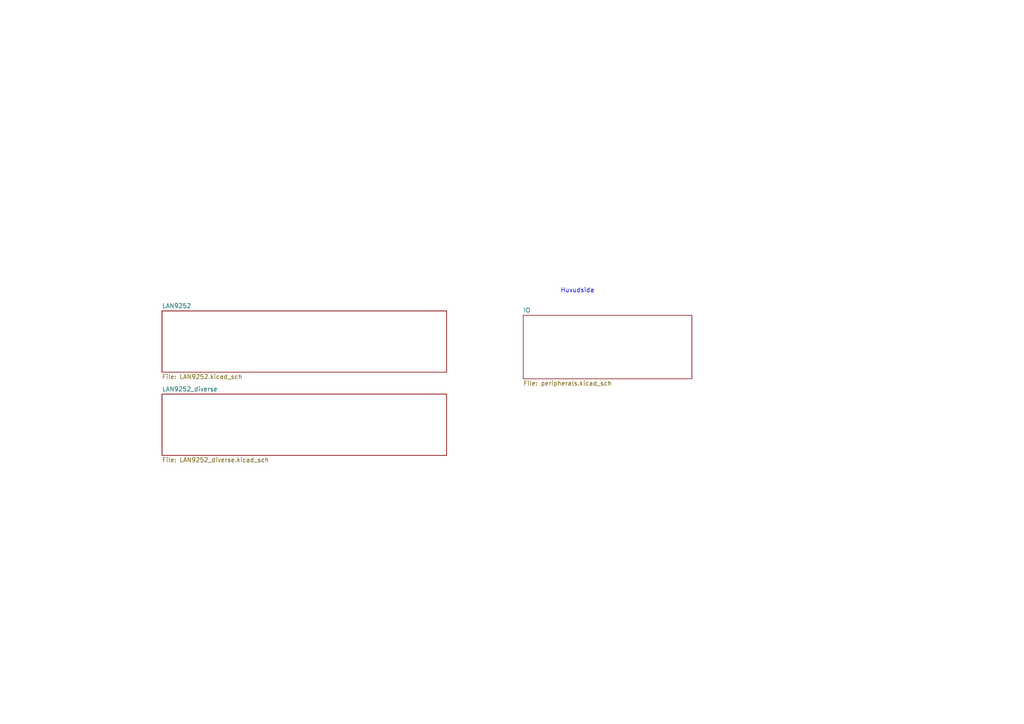
<source format=kicad_sch>
(kicad_sch
	(version 20231120)
	(generator "eeschema")
	(generator_version "8.0")
	(uuid "5597aedc-b607-407f-bbfd-31b3b298ecb1")
	(paper "A4")
	(title_block
		(title "THCAD reader")
	)
	(lib_symbols)
	(text "Huvudsida"
		(exclude_from_sim no)
		(at 162.56 85.09 0)
		(effects
			(font
				(size 1.27 1.27)
			)
			(justify left bottom)
		)
		(uuid "adf2be63-7ec7-44be-837f-901ddbc80717")
	)
	(sheet
		(at 151.765 91.44)
		(size 48.895 18.415)
		(fields_autoplaced yes)
		(stroke
			(width 0.1524)
			(type solid)
		)
		(fill
			(color 0 0 0 0.0000)
		)
		(uuid "45005d36-32a6-4cf1-9332-8ee34a34eab1")
		(property "Sheetname" "IO"
			(at 151.765 90.7284 0)
			(effects
				(font
					(size 1.27 1.27)
				)
				(justify left bottom)
			)
		)
		(property "Sheetfile" "peripherals.kicad_sch"
			(at 151.765 110.4396 0)
			(effects
				(font
					(size 1.27 1.27)
				)
				(justify left top)
			)
		)
		(instances
			(project "8In-8Out-LAN9252-only"
				(path "/5597aedc-b607-407f-bbfd-31b3b298ecb1"
					(page "4")
				)
			)
		)
	)
	(sheet
		(at 46.99 114.3)
		(size 82.55 17.78)
		(fields_autoplaced yes)
		(stroke
			(width 0.1524)
			(type solid)
		)
		(fill
			(color 0 0 0 0.0000)
		)
		(uuid "650f1ee4-2ce7-4e9d-a70d-f9d8defa5d03")
		(property "Sheetname" "LAN9252_diverse"
			(at 46.99 113.5884 0)
			(effects
				(font
					(size 1.27 1.27)
				)
				(justify left bottom)
			)
		)
		(property "Sheetfile" "LAN9252_diverse.kicad_sch"
			(at 46.99 132.6646 0)
			(effects
				(font
					(size 1.27 1.27)
				)
				(justify left top)
			)
		)
		(instances
			(project "8In-8Out-LAN9252-only"
				(path "/5597aedc-b607-407f-bbfd-31b3b298ecb1"
					(page "3")
				)
			)
		)
	)
	(sheet
		(at 46.99 90.17)
		(size 82.55 17.78)
		(fields_autoplaced yes)
		(stroke
			(width 0.1524)
			(type solid)
		)
		(fill
			(color 0 0 0 0.0000)
		)
		(uuid "a120273a-c1ae-42b3-935d-01f789f654a3")
		(property "Sheetname" "LAN9252"
			(at 46.99 89.4584 0)
			(effects
				(font
					(size 1.27 1.27)
				)
				(justify left bottom)
			)
		)
		(property "Sheetfile" "LAN9252.kicad_sch"
			(at 46.99 108.5346 0)
			(effects
				(font
					(size 1.27 1.27)
				)
				(justify left top)
			)
		)
		(instances
			(project "8In-8Out-LAN9252-only"
				(path "/5597aedc-b607-407f-bbfd-31b3b298ecb1"
					(page "2")
				)
			)
		)
	)
	(sheet_instances
		(path "/"
			(page "1")
		)
	)
)

</source>
